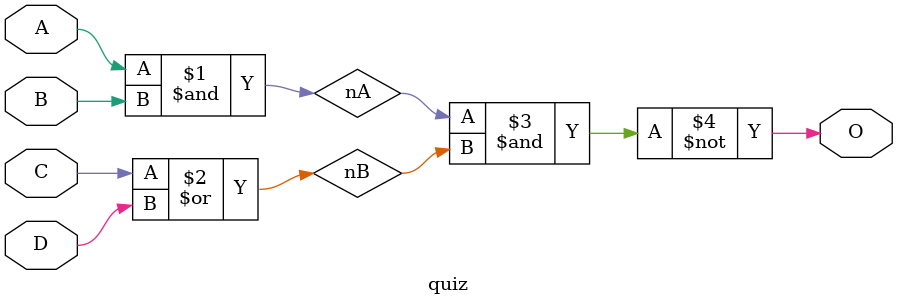
<source format=v>
module quiz(A,B,C,D,O);
input A,B,C,D;
output O;
wire nA, nB;
and a1(nA,A,B);
or o1(nB,C,D);
nand n1(O,nA,nB);

endmodule

</source>
